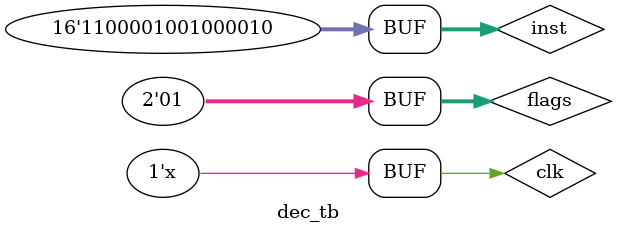
<source format=v>
`timescale 1ns/1ns
module decoder(clk,inst,
					flags,
					w_en,load_store,pc_inc,
					RA_add,RB_add,alu_op,write_add,
					immediate,bra_counter);

input wire clk;
input wire[1:0] flags;
input wire[15:0] inst;

output reg w_en,load_store,pc_inc;										// jump and conditional bra,write enable
output reg[2:0] RA_add,RB_add,alu_op,write_add;					//alu_op 3'b0xx arthematic
																	//			3'b1xx memory
output reg[15:0] immediate;

output reg bra_counter;
parameter ADD=4'h0,
			NDU=4'h2,
			LW=4'h4,
			SW=4'h5,
			BEQ=4'hc,
			JAL=4'h8;
			
initial begin
	bra_counter<=0;
	pc_inc<=0;

end
			
always @* begin
	if(clk) begin
		case(inst[15:12]) 
			ADD: begin
					alu_op<=3'b000;
					RA_add<=inst[11:9];
					RB_add<=inst[8:6];
					write_add<=inst[5:3];
					w_en<=1;
					immediate<=16'hxxxx;
					load_store<=1'bx;
					pc_inc<=1;
					end
			NDU: begin
					alu_op<=3'b001;
					RA_add<=inst[11:9];
					RB_add<=inst[8:6];
					write_add<=inst[5:3];
					w_en<=1;
					immediate<=16'hxxxx;
					load_store<=1'bx;
					pc_inc<=1;
					end
			LW: begin
					alu_op<=3'b111;
					RA_add<=3'hx;
					RB_add<=inst[8:6];
					write_add<=inst[11:9];
					w_en<=1;
					immediate<={10'h000,inst[5:0]};
					load_store<=1'b1;
					pc_inc<=1;
					end
			SW: begin
					alu_op<=3'b111;
					RA_add<=inst[11:9];
					RB_add<=inst[8:6];
					write_add<=3'hx;
					w_en<=0;
					immediate<={10'h000,inst[5:0]};
					load_store<=1'b0;
					pc_inc<=1;
					end
			BEQ: begin
					if(!bra_counter) begin
							alu_op<=3'b010;
							RA_add<=inst[11:9];
							RB_add<=inst[8:6];
							write_add<=3'hx;
							w_en<=0;
							immediate<=16'hxxxx;
							load_store<=1'b0;
							if(flags[0]) begin				//condition satisfied
								pc_inc<=0;
							end
							else begin
								pc_inc<=1;
							end
						end
						if(bra_counter) begin			//if condition satisfied
							alu_op<=3'b011;
							RA_add<=3'hx;
							RB_add<=3'h7;
							write_add<=3'h7;
							w_en<=1;
							load_store<=1'b0;
							immediate<=({10'h000,inst[5:0]}-16'h0002);				//TO BRANCH TO NEGATIVE NUMBERS CONVERT THE
							pc_inc<=1;															//IMMEDIATE TO A SIGNED NUMBER. BUT DUE TO THE												//LIMITED PROGRAM MEMORY ONLY POSITIVE JUMPS ARE 
																									//POSSIBLE
							
						end
					end
					
			JAL: begin
					if(!bra_counter) begin
							alu_op<=3'b011;
							RA_add<=3'hx;
							RB_add<=7;
							write_add<=inst[11:9];
							w_en<=1;
							immediate<=16'h0002;
							load_store<=1'b0;
							pc_inc<=0;
						end
						if(bra_counter) begin			//if condition satisfied
							alu_op<=3'b011;
							RA_add<=3'hx;
							RB_add<=3'h7;
							write_add<=3'h7;
							w_en<=1;
							load_store<=1'b0;
							immediate<=({7'h00,inst[8:0]}-16'h0002);				//TO BRANCH TO NEGATIVE NUMBERS CONVERT THE
							pc_inc<=1;															//IMMEDIATE TO A SIGNED NUMBER. BUT DUE TO THE													//LIMITED PROGRAM MEMORY ONLY POSITIVE JUMPS ARE 
																									//POSSIBLE
							
						end
					end
					
	endcase
	end
end

always @* begin
	if(!clk) begin
		bra_counter<=~pc_inc;
	end
end
endmodule

module dec_tb();

reg clk;
reg[1:0] flags;
reg[15:0] inst;

wire w_en,load_store,pc_inc;										// jump and conditional bra,write enable
wire[2:0] RA_add,RB_add,alu_op,write_add;					//alu_op 3'b0xx arthematic
																	//			3'b1xx memory
wire[15:0] immediate;

wire bra_counter;

decoder d(clk,inst,
					flags,
					w_en,load_store,pc_inc,
					RA_add,RB_add,alu_op,write_add,
					immediate,bra_counter);
					
always #5 clk=~clk;

initial begin
	clk<=0;
	#4
	inst<=16'hc282;
	flags<=2'b00;
	#2
	flags<=2'b01;
	#8;
	inst<=16'hc242;
	
end

endmodule

</source>
